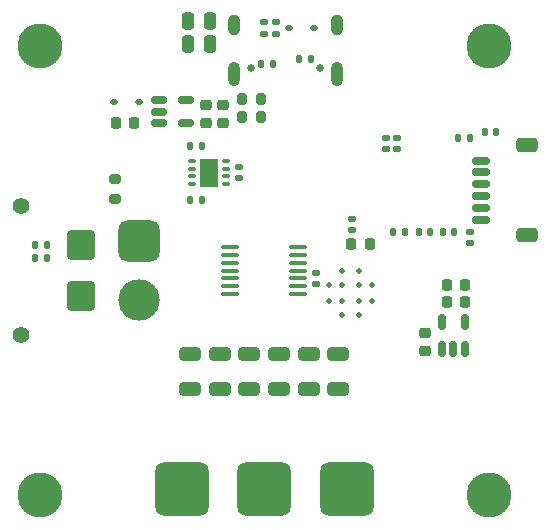
<source format=gbs>
%TF.GenerationSoftware,KiCad,Pcbnew,8.0.7*%
%TF.CreationDate,2025-10-10T17:09:57-07:00*%
%TF.ProjectId,CurlDrive-2,4375726c-4472-4697-9665-2d322e6b6963,rev?*%
%TF.SameCoordinates,Original*%
%TF.FileFunction,Soldermask,Bot*%
%TF.FilePolarity,Negative*%
%FSLAX46Y46*%
G04 Gerber Fmt 4.6, Leading zero omitted, Abs format (unit mm)*
G04 Created by KiCad (PCBNEW 8.0.7) date 2025-10-10 17:09:57*
%MOMM*%
%LPD*%
G01*
G04 APERTURE LIST*
G04 Aperture macros list*
%AMRoundRect*
0 Rectangle with rounded corners*
0 $1 Rounding radius*
0 $2 $3 $4 $5 $6 $7 $8 $9 X,Y pos of 4 corners*
0 Add a 4 corners polygon primitive as box body*
4,1,4,$2,$3,$4,$5,$6,$7,$8,$9,$2,$3,0*
0 Add four circle primitives for the rounded corners*
1,1,$1+$1,$2,$3*
1,1,$1+$1,$4,$5*
1,1,$1+$1,$6,$7*
1,1,$1+$1,$8,$9*
0 Add four rect primitives between the rounded corners*
20,1,$1+$1,$2,$3,$4,$5,0*
20,1,$1+$1,$4,$5,$6,$7,0*
20,1,$1+$1,$6,$7,$8,$9,0*
20,1,$1+$1,$8,$9,$2,$3,0*%
G04 Aperture macros list end*
%ADD10C,3.800000*%
%ADD11C,0.550000*%
%ADD12C,1.800000*%
%ADD13RoundRect,0.675000X1.575000X-1.575000X1.575000X1.575000X-1.575000X1.575000X-1.575000X-1.575000X0*%
%ADD14C,1.400000*%
%ADD15RoundRect,0.770000X0.980000X-0.980000X0.980000X0.980000X-0.980000X0.980000X-0.980000X-0.980000X0*%
%ADD16C,3.500000*%
%ADD17C,0.650000*%
%ADD18O,1.000000X2.100000*%
%ADD19O,1.000000X1.800000*%
%ADD20C,0.499999*%
%ADD21RoundRect,0.225000X0.250000X-0.225000X0.250000X0.225000X-0.250000X0.225000X-0.250000X-0.225000X0*%
%ADD22RoundRect,0.112500X0.187500X0.112500X-0.187500X0.112500X-0.187500X-0.112500X0.187500X-0.112500X0*%
%ADD23RoundRect,0.135000X-0.135000X-0.185000X0.135000X-0.185000X0.135000X0.185000X-0.135000X0.185000X0*%
%ADD24RoundRect,0.225000X0.225000X0.250000X-0.225000X0.250000X-0.225000X-0.250000X0.225000X-0.250000X0*%
%ADD25RoundRect,0.140000X-0.140000X-0.170000X0.140000X-0.170000X0.140000X0.170000X-0.140000X0.170000X0*%
%ADD26RoundRect,0.140000X0.170000X-0.140000X0.170000X0.140000X-0.170000X0.140000X-0.170000X-0.140000X0*%
%ADD27RoundRect,0.250000X-0.650000X0.325000X-0.650000X-0.325000X0.650000X-0.325000X0.650000X0.325000X0*%
%ADD28RoundRect,0.100000X-0.637500X-0.100000X0.637500X-0.100000X0.637500X0.100000X-0.637500X0.100000X0*%
%ADD29RoundRect,0.150000X-0.625000X0.150000X-0.625000X-0.150000X0.625000X-0.150000X0.625000X0.150000X0*%
%ADD30RoundRect,0.250000X-0.650000X0.350000X-0.650000X-0.350000X0.650000X-0.350000X0.650000X0.350000X0*%
%ADD31RoundRect,0.140000X-0.170000X0.140000X-0.170000X-0.140000X0.170000X-0.140000X0.170000X0.140000X0*%
%ADD32RoundRect,0.135000X0.135000X0.185000X-0.135000X0.185000X-0.135000X-0.185000X0.135000X-0.185000X0*%
%ADD33RoundRect,0.150000X0.150000X-0.512500X0.150000X0.512500X-0.150000X0.512500X-0.150000X-0.512500X0*%
%ADD34RoundRect,0.200000X-0.200000X-0.275000X0.200000X-0.275000X0.200000X0.275000X-0.200000X0.275000X0*%
%ADD35RoundRect,0.200000X0.200000X0.275000X-0.200000X0.275000X-0.200000X-0.275000X0.200000X-0.275000X0*%
%ADD36RoundRect,0.200000X-0.275000X0.200000X-0.275000X-0.200000X0.275000X-0.200000X0.275000X0.200000X0*%
%ADD37RoundRect,0.250000X0.250000X0.475000X-0.250000X0.475000X-0.250000X-0.475000X0.250000X-0.475000X0*%
%ADD38RoundRect,0.250000X-0.900000X1.000000X-0.900000X-1.000000X0.900000X-1.000000X0.900000X1.000000X0*%
%ADD39RoundRect,0.075000X0.225000X0.075000X-0.225000X0.075000X-0.225000X-0.075000X0.225000X-0.075000X0*%
%ADD40RoundRect,0.080000X0.720000X1.120000X-0.720000X1.120000X-0.720000X-1.120000X0.720000X-1.120000X0*%
%ADD41RoundRect,0.140000X0.140000X0.170000X-0.140000X0.170000X-0.140000X-0.170000X0.140000X-0.170000X0*%
%ADD42RoundRect,0.150000X-0.512500X-0.150000X0.512500X-0.150000X0.512500X0.150000X-0.512500X0.150000X0*%
G04 APERTURE END LIST*
D10*
X131000000Y-81000000D03*
X131000000Y-119000000D03*
X169000000Y-119000000D03*
X169000000Y-81000000D03*
D11*
X142500000Y-120475000D03*
X143000000Y-120475000D03*
X143500000Y-120475000D03*
X142500000Y-120075000D03*
X143000000Y-120075000D03*
X143500000Y-120075000D03*
D12*
X141650000Y-119850000D03*
X144350000Y-119850000D03*
D11*
X142500000Y-119675000D03*
X143000000Y-119675000D03*
X143500000Y-119675000D03*
X141025000Y-119000000D03*
X141425000Y-119000000D03*
X141825000Y-119000000D03*
X144175000Y-119000000D03*
X144575000Y-119000000D03*
X144975000Y-119000000D03*
X141025000Y-118500000D03*
X141425000Y-118500000D03*
X141825000Y-118500000D03*
D13*
X143000000Y-118500000D03*
D11*
X144175000Y-118500000D03*
X144575000Y-118500000D03*
X144975000Y-118500000D03*
X141025000Y-118000000D03*
X141425000Y-118000000D03*
X141825000Y-118000000D03*
X144175000Y-118000000D03*
X144575000Y-118000000D03*
X144975000Y-118000000D03*
X142500000Y-117325000D03*
X143000000Y-117325000D03*
X143500000Y-117325000D03*
D12*
X141650000Y-117150000D03*
X144350000Y-117150000D03*
D11*
X142500000Y-116925000D03*
X143000000Y-116925000D03*
X143500000Y-116925000D03*
X142500000Y-116525000D03*
X143000000Y-116525000D03*
X143500000Y-116525000D03*
X156500000Y-120475000D03*
X157000000Y-120475000D03*
X157500000Y-120475000D03*
X156500000Y-120075000D03*
X157000000Y-120075000D03*
X157500000Y-120075000D03*
D12*
X155650000Y-119850000D03*
X158350000Y-119850000D03*
D11*
X156500000Y-119675000D03*
X157000000Y-119675000D03*
X157500000Y-119675000D03*
X155025000Y-119000000D03*
X155425000Y-119000000D03*
X155825000Y-119000000D03*
X158175000Y-119000000D03*
X158575000Y-119000000D03*
X158975000Y-119000000D03*
X155025000Y-118500000D03*
X155425000Y-118500000D03*
X155825000Y-118500000D03*
D13*
X157000000Y-118500000D03*
D11*
X158175000Y-118500000D03*
X158575000Y-118500000D03*
X158975000Y-118500000D03*
X155025000Y-118000000D03*
X155425000Y-118000000D03*
X155825000Y-118000000D03*
X158175000Y-118000000D03*
X158575000Y-118000000D03*
X158975000Y-118000000D03*
X156500000Y-117325000D03*
X157000000Y-117325000D03*
X157500000Y-117325000D03*
D12*
X155650000Y-117150000D03*
X158350000Y-117150000D03*
D11*
X156500000Y-116925000D03*
X157000000Y-116925000D03*
X157500000Y-116925000D03*
X156500000Y-116525000D03*
X157000000Y-116525000D03*
X157500000Y-116525000D03*
D14*
X129437500Y-105500000D03*
X129437500Y-94500000D03*
D15*
X139437500Y-97500000D03*
D16*
X139437500Y-102500000D03*
D17*
X154690000Y-82855000D03*
X148910000Y-82855000D03*
D18*
X156120000Y-83375000D03*
D19*
X156120000Y-79175000D03*
D18*
X147480000Y-83375000D03*
D19*
X147480000Y-79175000D03*
D20*
X155474999Y-101214999D03*
X155474999Y-102584999D03*
X156614999Y-100074999D03*
X156614999Y-101214999D03*
X156614999Y-102584999D03*
X156614999Y-103724999D03*
X157984999Y-100074999D03*
X157984999Y-101214999D03*
X157984999Y-102584999D03*
X157984999Y-103724999D03*
X159124999Y-101214999D03*
X159124999Y-102584999D03*
D11*
X149500000Y-120475000D03*
X150000000Y-120475000D03*
X150500000Y-120475000D03*
X149500000Y-120075000D03*
X150000000Y-120075000D03*
X150500000Y-120075000D03*
D12*
X148650000Y-119850000D03*
X151350000Y-119850000D03*
D11*
X149500000Y-119675000D03*
X150000000Y-119675000D03*
X150500000Y-119675000D03*
X148025000Y-119000000D03*
X148425000Y-119000000D03*
X148825000Y-119000000D03*
X151175000Y-119000000D03*
X151575000Y-119000000D03*
X151975000Y-119000000D03*
X148025000Y-118500000D03*
X148425000Y-118500000D03*
X148825000Y-118500000D03*
D13*
X150000000Y-118500000D03*
D11*
X151175000Y-118500000D03*
X151575000Y-118500000D03*
X151975000Y-118500000D03*
X148025000Y-118000000D03*
X148425000Y-118000000D03*
X148825000Y-118000000D03*
X151175000Y-118000000D03*
X151575000Y-118000000D03*
X151975000Y-118000000D03*
X149500000Y-117325000D03*
X150000000Y-117325000D03*
X150500000Y-117325000D03*
D12*
X148650000Y-117150000D03*
X151350000Y-117150000D03*
D11*
X149500000Y-116925000D03*
X150000000Y-116925000D03*
X150500000Y-116925000D03*
X149500000Y-116525000D03*
X150000000Y-116525000D03*
X150500000Y-116525000D03*
D21*
X145040000Y-87545000D03*
X145040000Y-85995000D03*
D22*
X154200000Y-79440000D03*
X152100000Y-79440000D03*
D23*
X166375000Y-88800000D03*
X167395000Y-88800000D03*
D24*
X167010000Y-101240000D03*
X165460000Y-101240000D03*
D25*
X165140000Y-96700000D03*
X166100000Y-96700000D03*
D26*
X147850000Y-92180000D03*
X147850000Y-91220000D03*
D27*
X148750000Y-107075000D03*
X148750000Y-110025000D03*
D28*
X147137500Y-101950000D03*
X147137500Y-101300000D03*
X147137500Y-100650000D03*
X147137500Y-100000000D03*
X147137500Y-99350000D03*
X147137500Y-98700000D03*
X147137500Y-98050000D03*
X152862500Y-98050000D03*
X152862500Y-98700000D03*
X152862500Y-99350000D03*
X152862500Y-100000000D03*
X152862500Y-100650000D03*
X152862500Y-101300000D03*
X152862500Y-101950000D03*
D24*
X158925000Y-97775000D03*
X157375000Y-97775000D03*
D29*
X168350000Y-90700000D03*
X168350000Y-91700000D03*
X168350000Y-92700000D03*
X168350000Y-93700000D03*
X168350000Y-94700000D03*
X168350000Y-95700000D03*
D30*
X172225000Y-89400000D03*
X172225000Y-97000000D03*
D31*
X160275000Y-88750000D03*
X160275000Y-89710000D03*
D26*
X154400000Y-101180000D03*
X154400000Y-100220000D03*
D32*
X153960000Y-82100000D03*
X152940000Y-82100000D03*
D24*
X139005000Y-87480000D03*
X137455000Y-87480000D03*
D32*
X150735000Y-82550000D03*
X149715000Y-82550000D03*
D23*
X143740000Y-89425000D03*
X144760000Y-89425000D03*
D27*
X146250000Y-107075000D03*
X146250000Y-110025000D03*
D26*
X150000000Y-79960000D03*
X150000000Y-79000000D03*
D33*
X166970000Y-106627500D03*
X166020000Y-106627500D03*
X165070000Y-106627500D03*
X165070000Y-104352500D03*
X166970000Y-104352500D03*
D32*
X161880000Y-96700000D03*
X160860000Y-96700000D03*
D21*
X163575000Y-106825000D03*
X163575000Y-105275000D03*
D34*
X148100000Y-87000000D03*
X149750000Y-87000000D03*
D35*
X149755000Y-85520000D03*
X148105000Y-85520000D03*
D23*
X130590000Y-97850000D03*
X131610000Y-97850000D03*
D26*
X167425000Y-97680000D03*
X167425000Y-96720000D03*
D32*
X131610000Y-98900000D03*
X130590000Y-98900000D03*
D31*
X161250000Y-88750000D03*
X161250000Y-89710000D03*
D25*
X168670000Y-88250000D03*
X169630000Y-88250000D03*
D36*
X137400000Y-92275000D03*
X137400000Y-93925000D03*
D26*
X151000000Y-79960000D03*
X151000000Y-79000000D03*
D21*
X146500000Y-87550000D03*
X146500000Y-86000000D03*
D37*
X145430000Y-78835000D03*
X143530000Y-78835000D03*
D26*
X157445000Y-96610000D03*
X157445000Y-95650000D03*
D38*
X134500000Y-97850000D03*
X134500000Y-102150000D03*
D27*
X156250000Y-107075000D03*
X156250000Y-110025000D03*
D22*
X139400000Y-85700000D03*
X137300000Y-85700000D03*
D27*
X153750000Y-107075000D03*
X153750000Y-110025000D03*
X151250000Y-107075000D03*
X151250000Y-110025000D03*
D25*
X143750000Y-94000000D03*
X144710000Y-94000000D03*
D39*
X146725000Y-90737500D03*
X146725000Y-91387500D03*
D40*
X145325000Y-91712500D03*
D39*
X146725000Y-92037500D03*
X146725000Y-92687500D03*
X143925000Y-92687500D03*
X143925000Y-92037500D03*
X143925000Y-91387500D03*
X143925000Y-90737500D03*
D41*
X164065000Y-96700000D03*
X163105000Y-96700000D03*
D27*
X143750000Y-107075000D03*
X143750000Y-110025000D03*
D24*
X167010000Y-102700000D03*
X165460000Y-102700000D03*
D42*
X141122500Y-87505000D03*
X141122500Y-86555000D03*
X141122500Y-85605000D03*
X143397500Y-85605000D03*
X143397500Y-87505000D03*
D37*
X145430000Y-80810000D03*
X143530000Y-80810000D03*
M02*

</source>
